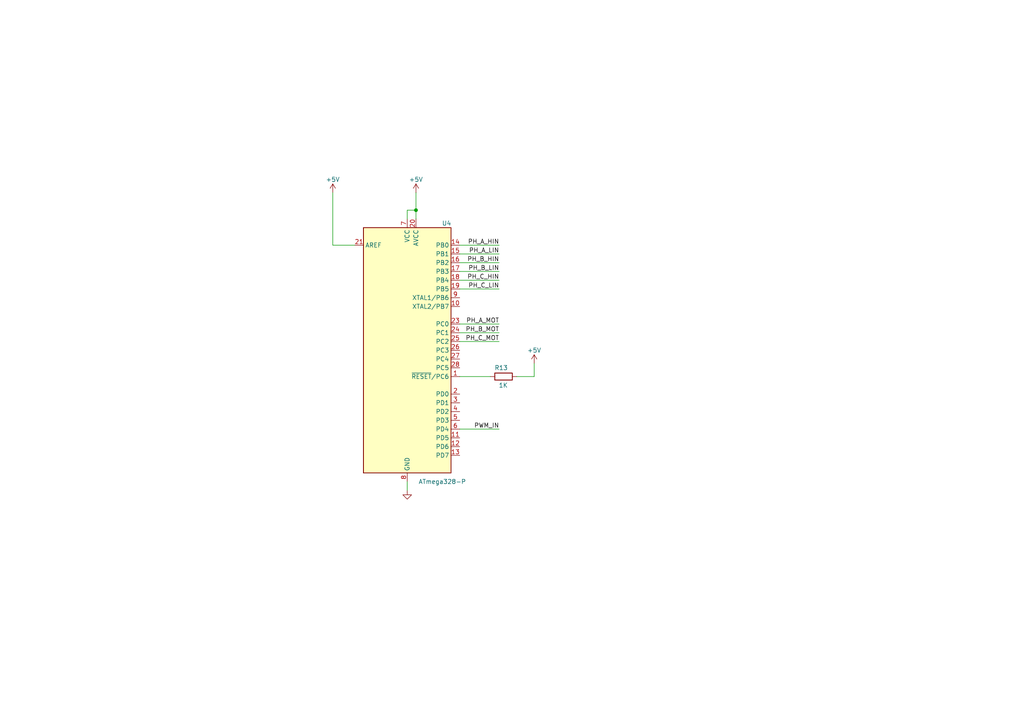
<source format=kicad_sch>
(kicad_sch (version 20230121) (generator eeschema)
  (paper "A4")
  (title_block (title "BLDC ESC: MCU Section") (date "2023-11-09") (rev "0.1") (company "JIMS Innovations") (comment 1 "Designed by Jesutofunmi Kupoluyi"))
  (lib_symbols
    (symbol "Device:R" (pin_numbers hide) (pin_names (offset 0))
      (property "Reference" "R" (at 2.032 0 90))
      (property "Value" "R" (at 0 0 90))
      (symbol "R_0_1"
        (rectangle (start -1.016 -2.54) (end 1.016 2.54) (stroke (width 0.254)))
      )
      (symbol "R_1_1"
        (pin passive line (at 0 3.81 270) (length 1.27) (name "~") (number "1"))
        (pin passive line (at 0 -3.81 90) (length 1.27) (name "~") (number "2"))
      )
    )
    (symbol "MCU_Microchip_ATmega:ATmega328-P"
      (property "Reference" "U" (at -12.7 36.83 0))
      (property "Value" "ATmega328-P" (at 2.54 -36.83 0))
      (symbol "ATmega328-P_0_1"
        (rectangle (start -12.7 -35.56) (end 12.7 35.56) (stroke (width 0.254)) (fill (type background)))
      )
      (symbol "ATmega328-P_1_1"
        (pin bidirectional line (at 15.24 -7.62 180) (length 2.54) (name "~{RESET}/PC6") (number "1"))
        (pin bidirectional line (at 15.24 12.7 180) (length 2.54) (name "XTAL2/PB7") (number "10"))
        (pin bidirectional line (at 15.24 -25.4 180) (length 2.54) (name "PD5") (number "11"))
        (pin bidirectional line (at 15.24 -27.94 180) (length 2.54) (name "PD6") (number "12"))
        (pin bidirectional line (at 15.24 -30.48 180) (length 2.54) (name "PD7") (number "13"))
        (pin bidirectional line (at 15.24 30.48 180) (length 2.54) (name "PB0") (number "14"))
        (pin bidirectional line (at 15.24 27.94 180) (length 2.54) (name "PB1") (number "15"))
        (pin bidirectional line (at 15.24 25.4 180) (length 2.54) (name "PB2") (number "16"))
        (pin bidirectional line (at 15.24 22.86 180) (length 2.54) (name "PB3") (number "17"))
        (pin bidirectional line (at 15.24 20.32 180) (length 2.54) (name "PB4") (number "18"))
        (pin bidirectional line (at 15.24 17.78 180) (length 2.54) (name "PB5") (number "19"))
        (pin bidirectional line (at 15.24 -12.7 180) (length 2.54) (name "PD0") (number "2"))
        (pin power_in line (at 2.54 38.1 270) (length 2.54) (name "AVCC") (number "20"))
        (pin passive line (at -15.24 30.48 0) (length 2.54) (name "AREF") (number "21"))
        (pin passive line (at 0 -38.1 90) (length 2.54) hide (name "GND") (number "22"))
        (pin bidirectional line (at 15.24 7.62 180) (length 2.54) (name "PC0") (number "23"))
        (pin bidirectional line (at 15.24 5.08 180) (length 2.54) (name "PC1") (number "24"))
        (pin bidirectional line (at 15.24 2.54 180) (length 2.54) (name "PC2") (number "25"))
        (pin bidirectional line (at 15.24 0 180) (length 2.54) (name "PC3") (number "26"))
        (pin bidirectional line (at 15.24 -2.54 180) (length 2.54) (name "PC4") (number "27"))
        (pin bidirectional line (at 15.24 -5.08 180) (length 2.54) (name "PC5") (number "28"))
        (pin bidirectional line (at 15.24 -15.24 180) (length 2.54) (name "PD1") (number "3"))
        (pin bidirectional line (at 15.24 -17.78 180) (length 2.54) (name "PD2") (number "4"))
        (pin bidirectional line (at 15.24 -20.32 180) (length 2.54) (name "PD3") (number "5"))
        (pin bidirectional line (at 15.24 -22.86 180) (length 2.54) (name "PD4") (number "6"))
        (pin power_in line (at 0 38.1 270) (length 2.54) (name "VCC") (number "7"))
        (pin power_in line (at 0 -38.1 90) (length 2.54) (name "GND") (number "8"))
        (pin bidirectional line (at 15.24 15.24 180) (length 2.54) (name "XTAL1/PB6") (number "9"))
      )
    )
    (symbol "power:+5V" (power) (pin_names (offset 0))
      (property "Value" "+5V" (at 0 3.556 0))
      (symbol "+5V_0_1"
        (polyline (pts (xy -0.762 1.27) (xy 0 2.54)))
        (polyline (pts (xy 0 0) (xy 0 2.54)))
        (polyline (pts (xy 0 2.54) (xy 0.762 1.27)))
      )
      (symbol "+5V_1_1"
        (pin power_in line (at 0 0 90) (length 0) hide (name "+5V") (number "1"))
      )
    )
    (symbol "power:GND" (power) (pin_names (offset 0))
      (property "Value" "GND" (at 0 -3.81 0))
      (symbol "GND_0_1"
        (polyline (pts (xy 0 0) (xy 0 -1.27) (xy 1.27 -1.27) (xy 0 -2.54) (xy -1.27 -1.27) (xy 0 -1.27)))
      )
      (symbol "GND_1_1"
        (pin power_in line (at 0 0 270) (length 0) hide (name "GND") (number "1"))
      )
    )
  )
  (junction (at 120.65 60.96))
  (wire (pts (xy 133.35 76.2) (xy 144.78 76.2)))
  (wire (pts (xy 133.35 78.74) (xy 144.78 78.74)))
  (wire (pts (xy 96.52 71.12) (xy 102.87 71.12)))
  (wire (pts (xy 133.35 71.12) (xy 144.78 71.12)))
  (wire (pts (xy 154.94 105.41) (xy 154.94 109.22)))
  (wire (pts (xy 154.94 109.22) (xy 149.86 109.22)))
  (wire (pts (xy 133.35 81.28) (xy 144.78 81.28)))
  (wire (pts (xy 133.35 124.46) (xy 144.78 124.46)))
  (wire (pts (xy 118.11 139.7) (xy 118.11 142.24)))
  (wire (pts (xy 120.65 60.96) (xy 120.65 63.5)))
  (wire (pts (xy 120.65 55.88) (xy 120.65 60.96)))
  (wire (pts (xy 133.35 93.98) (xy 144.78 93.98)))
  (wire (pts (xy 133.35 83.82) (xy 144.78 83.82)))
  (wire (pts (xy 133.35 109.22) (xy 142.24 109.22)))
  (wire (pts (xy 118.11 60.96) (xy 120.65 60.96)))
  (wire (pts (xy 133.35 73.66) (xy 144.78 73.66)))
  (wire (pts (xy 118.11 63.5) (xy 118.11 60.96)))
  (wire (pts (xy 133.35 96.52) (xy 144.78 96.52)))
  (wire (pts (xy 133.35 99.06) (xy 144.78 99.06)))
  (wire (pts (xy 96.52 55.88) (xy 96.52 71.12)))
  (label "PH_B_HIN" (at 144.78 76.2 180))
  (label "PH_C_MOT" (at 144.78 99.06 180))
  (label "PH_A_MOT" (at 144.78 93.98 180))
  (label "PH_C_HIN" (at 144.78 81.28 180))
  (label "PH_C_LIN" (at 144.78 83.82 180))
  (label "PH_A_LIN" (at 144.78 73.66 180))
  (label "PH_B_MOT" (at 144.78 96.52 180))
  (label "PH_A_HIN" (at 144.78 71.12 180))
  (label "PH_B_LIN" (at 144.78 78.74 180))
  (label "PWM_IN" (at 144.78 124.46 180))
  (symbol (lib_id "power:+5V") (at 120.65 55.88 0) (unit 1)
    (property "Reference" "#PWR029" (effects hide))
    (property "Value" "+5V" (at 120.65 52.07 0))
    (instances (project "BLDC ESC" (path "" (reference "#PWR029") (unit 1)) (path "" (reference "#PWR030") (unit 1))))
  )
  (symbol (lib_id "power:GND") (at 118.11 142.24 0) (unit 1)
    (property "Reference" "#PWR031" (effects hide))
    (property "Value" "GND" (effects hide))
    (instances (project "BLDC ESC" (path "" (reference "#PWR031") (unit 1)) (path "" (reference "#PWR029") (unit 1))))
  )
  (symbol (lib_id "MCU_Microchip_ATmega:ATmega328-P") (at 118.11 101.6 0) (unit 1)
    (property "Reference" "U4" (at 129.54 64.77 0))
    (property "Value" "ATmega328-P" (at 128.27 139.7 0))
    (property "Footprint" "Package_DIP:DIP-28_W7.62mm" (effects hide))
    (property "Datasheet" "http://ww1.microchip.com/downloads/en/DeviceDoc/ATmega328_P%20AVR%20MCU%20with%20picoPower%20Technology%20Data%20Sheet%2040001984A.pdf" (effects hide))
  )
  (symbol (lib_id "Device:R") (at 146.05 109.22 270) (unit 1)
    (property "Reference" "R13" (at 147.32 106.68 90) (effects (justify right)))
    (property "Value" "1K" (at 147.32 111.76 90) (effects (justify right)))
    (property "Footprint" "Resistor_THT:R_Axial_DIN0207_L6.3mm_D2.5mm_P10.16mm_Horizontal" (effects hide))
  )
  (symbol (lib_id "power:+5V") (at 96.52 55.88 0) (unit 1)
    (property "Reference" "#PWR030" (effects hide))
    (property "Value" "+5V" (at 96.52 52.07 0))
    (instances (project "BLDC ESC" (path "" (reference "#PWR030") (unit 1)) (path "" (reference "#PWR028") (unit 1))))
  )
  (symbol (lib_id "power:+5V") (at 154.94 105.41 0) (unit 1)
    (property "Reference" "#PWR028" (effects hide))
    (property "Value" "+5V" (at 154.94 101.6 0))
    (instances (project "BLDC ESC" (path "" (reference "#PWR028") (unit 1)) (path "" (reference "#PWR031") (unit 1))))
  )
)
</source>
